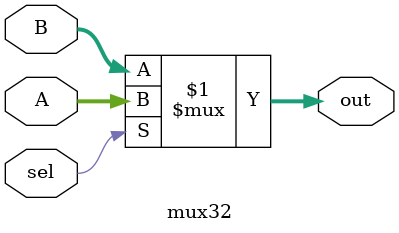
<source format=v>
module mux32(A, B, sel, out);
	input [31:0] A, B;
	input  sel;
	output  [31:0] out;
		assign out = sel ? A : B;
endmodule


</source>
